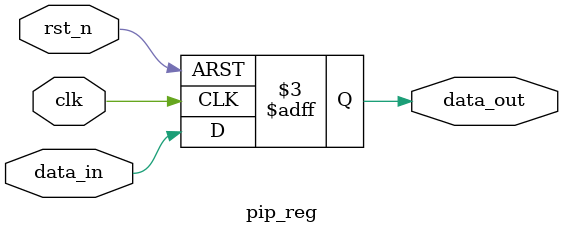
<source format=v>
module pip_reg #(
    parameter DATA_WIDTH = 1
) (
    input  wire                  clk,
    input  wire                  rst_n,
    input  wire [DATA_WIDTH-1:0] data_in,
    output reg  [DATA_WIDTH-1:0] data_out
);

always @(posedge clk or negedge rst_n) begin
    if (~rst_n) begin
        data_out <= {DATA_WIDTH{1'b0}};
    end else begin
        data_out <= data_in;
    end
end
endmodule
</source>
